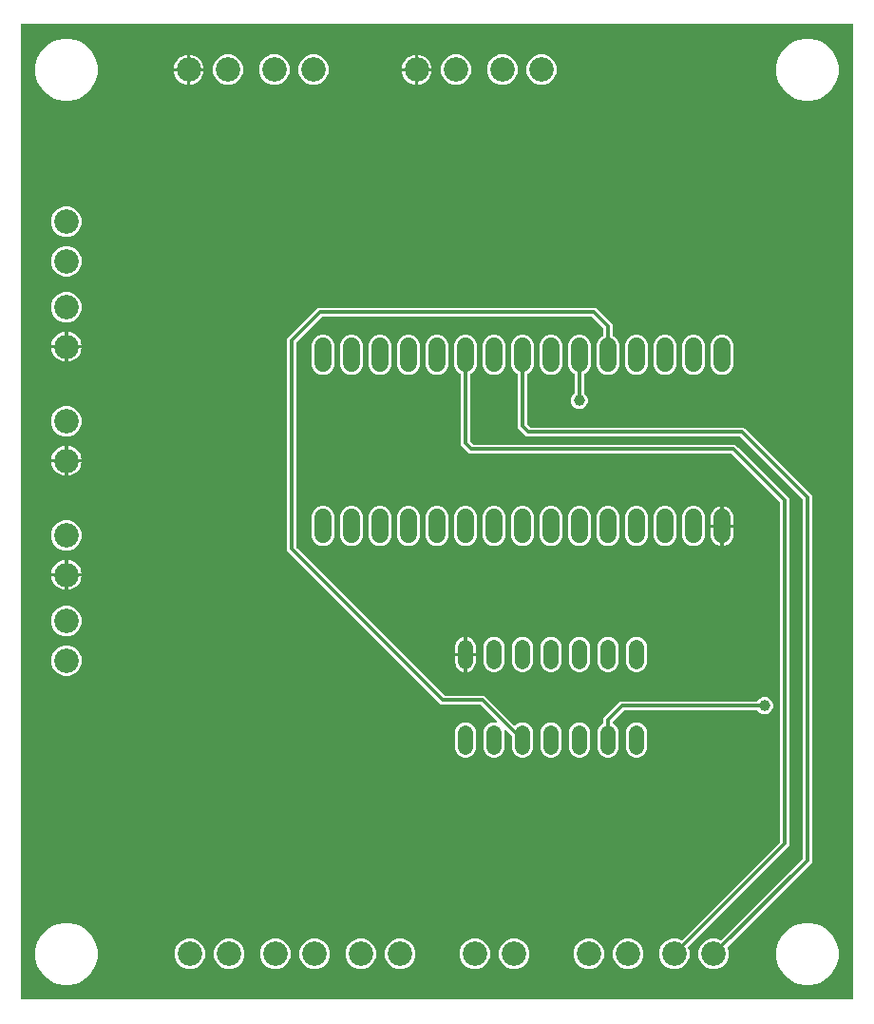
<source format=gbl>
G04 EAGLE Gerber RS-274X export*
G75*
%MOMM*%
%FSLAX34Y34*%
%LPD*%
%INBottom Copper*%
%IPPOS*%
%AMOC8*
5,1,8,0,0,1.08239X$1,22.5*%
G01*
%ADD10C,1.320800*%
%ADD11C,2.184400*%
%ADD12C,1.524000*%
%ADD13C,1.006400*%
%ADD14C,0.304800*%

G36*
X751098Y10164D02*
X751098Y10164D01*
X751117Y10162D01*
X751219Y10184D01*
X751321Y10200D01*
X751338Y10210D01*
X751358Y10214D01*
X751447Y10267D01*
X751538Y10316D01*
X751552Y10330D01*
X751569Y10340D01*
X751636Y10419D01*
X751708Y10494D01*
X751716Y10512D01*
X751729Y10527D01*
X751768Y10623D01*
X751811Y10717D01*
X751813Y10737D01*
X751821Y10755D01*
X751839Y10922D01*
X751839Y878078D01*
X751836Y878098D01*
X751838Y878117D01*
X751816Y878219D01*
X751800Y878321D01*
X751790Y878338D01*
X751786Y878358D01*
X751733Y878447D01*
X751684Y878538D01*
X751670Y878552D01*
X751660Y878569D01*
X751581Y878636D01*
X751506Y878708D01*
X751488Y878716D01*
X751473Y878729D01*
X751377Y878768D01*
X751283Y878811D01*
X751263Y878813D01*
X751245Y878821D01*
X751078Y878839D01*
X10922Y878839D01*
X10902Y878836D01*
X10883Y878838D01*
X10781Y878816D01*
X10679Y878800D01*
X10662Y878790D01*
X10642Y878786D01*
X10553Y878733D01*
X10462Y878684D01*
X10448Y878670D01*
X10431Y878660D01*
X10364Y878581D01*
X10292Y878506D01*
X10284Y878488D01*
X10271Y878473D01*
X10232Y878377D01*
X10189Y878283D01*
X10187Y878263D01*
X10179Y878245D01*
X10161Y878078D01*
X10161Y10922D01*
X10164Y10902D01*
X10162Y10883D01*
X10184Y10781D01*
X10200Y10679D01*
X10210Y10662D01*
X10214Y10642D01*
X10267Y10553D01*
X10316Y10462D01*
X10330Y10448D01*
X10340Y10431D01*
X10419Y10364D01*
X10494Y10292D01*
X10512Y10284D01*
X10527Y10271D01*
X10623Y10232D01*
X10717Y10189D01*
X10737Y10187D01*
X10755Y10179D01*
X10922Y10161D01*
X751078Y10161D01*
X751098Y10164D01*
G37*
%LPC*%
G36*
X429981Y225551D02*
X429981Y225551D01*
X426620Y226943D01*
X424047Y229516D01*
X422655Y232877D01*
X422655Y249723D01*
X424047Y253084D01*
X426620Y255657D01*
X429981Y257049D01*
X433619Y257049D01*
X433641Y257040D01*
X433735Y257017D01*
X433829Y256989D01*
X433855Y256990D01*
X433880Y256984D01*
X433977Y256993D01*
X434074Y256995D01*
X434099Y257004D01*
X434125Y257007D01*
X434214Y257046D01*
X434305Y257080D01*
X434326Y257096D01*
X434350Y257107D01*
X434421Y257172D01*
X434497Y257233D01*
X434512Y257255D01*
X434531Y257273D01*
X434578Y257358D01*
X434630Y257440D01*
X434637Y257466D01*
X434649Y257488D01*
X434667Y257584D01*
X434691Y257679D01*
X434689Y257705D01*
X434693Y257730D01*
X434679Y257827D01*
X434671Y257924D01*
X434661Y257948D01*
X434657Y257974D01*
X434613Y258061D01*
X434575Y258150D01*
X434555Y258176D01*
X434546Y258193D01*
X434522Y258216D01*
X434470Y258281D01*
X420179Y272572D01*
X420105Y272625D01*
X420036Y272685D01*
X420006Y272697D01*
X419980Y272716D01*
X419893Y272743D01*
X419808Y272777D01*
X419767Y272781D01*
X419744Y272788D01*
X419712Y272787D01*
X419641Y272795D01*
X384396Y272795D01*
X247395Y409796D01*
X247395Y598584D01*
X275176Y626365D01*
X522384Y626365D01*
X537465Y611284D01*
X537465Y601643D01*
X537467Y601627D01*
X537466Y601613D01*
X537482Y601539D01*
X537484Y601528D01*
X537501Y601412D01*
X537503Y601406D01*
X537504Y601400D01*
X537517Y601376D01*
X537518Y601372D01*
X537529Y601354D01*
X537559Y601298D01*
X537612Y601193D01*
X537617Y601188D01*
X537620Y601183D01*
X537704Y601103D01*
X537788Y601020D01*
X537794Y601017D01*
X537798Y601013D01*
X537815Y601006D01*
X537935Y600940D01*
X539156Y600434D01*
X542014Y597576D01*
X543561Y593841D01*
X543561Y574559D01*
X542014Y570824D01*
X539156Y567966D01*
X535421Y566419D01*
X531379Y566419D01*
X527644Y567966D01*
X524786Y570824D01*
X523239Y574559D01*
X523239Y593841D01*
X524786Y597576D01*
X527644Y600434D01*
X528865Y600940D01*
X528965Y601001D01*
X529065Y601061D01*
X529069Y601066D01*
X529074Y601069D01*
X529149Y601160D01*
X529225Y601248D01*
X529227Y601254D01*
X529231Y601259D01*
X529273Y601367D01*
X529291Y601413D01*
X529307Y601447D01*
X529308Y601454D01*
X529317Y601476D01*
X529318Y601484D01*
X529319Y601488D01*
X529320Y601507D01*
X529335Y601643D01*
X529335Y607601D01*
X529321Y607691D01*
X529313Y607782D01*
X529301Y607812D01*
X529296Y607844D01*
X529253Y607924D01*
X529217Y608008D01*
X529191Y608040D01*
X529180Y608061D01*
X529157Y608083D01*
X529112Y608139D01*
X519239Y618012D01*
X519165Y618065D01*
X519096Y618125D01*
X519066Y618137D01*
X519040Y618156D01*
X518953Y618183D01*
X518868Y618217D01*
X518827Y618221D01*
X518804Y618228D01*
X518772Y618227D01*
X518701Y618235D01*
X278859Y618235D01*
X278769Y618221D01*
X278678Y618213D01*
X278648Y618201D01*
X278616Y618196D01*
X278536Y618153D01*
X278452Y618117D01*
X278420Y618091D01*
X278399Y618080D01*
X278377Y618057D01*
X278321Y618012D01*
X255748Y595439D01*
X255695Y595365D01*
X255635Y595296D01*
X255623Y595266D01*
X255604Y595240D01*
X255577Y595153D01*
X255543Y595068D01*
X255539Y595027D01*
X255532Y595004D01*
X255533Y594972D01*
X255525Y594901D01*
X255525Y413479D01*
X255539Y413389D01*
X255547Y413298D01*
X255559Y413268D01*
X255564Y413236D01*
X255607Y413156D01*
X255643Y413072D01*
X255669Y413040D01*
X255680Y413019D01*
X255703Y412997D01*
X255748Y412941D01*
X387541Y281148D01*
X387615Y281095D01*
X387684Y281035D01*
X387714Y281023D01*
X387740Y281004D01*
X387827Y280977D01*
X387912Y280943D01*
X387953Y280939D01*
X387976Y280932D01*
X388008Y280933D01*
X388079Y280925D01*
X423324Y280925D01*
X425928Y278321D01*
X449768Y254481D01*
X449784Y254469D01*
X449796Y254454D01*
X449884Y254397D01*
X449967Y254337D01*
X449986Y254331D01*
X450003Y254321D01*
X450104Y254295D01*
X450202Y254265D01*
X450222Y254265D01*
X450242Y254261D01*
X450345Y254269D01*
X450448Y254271D01*
X450467Y254278D01*
X450487Y254280D01*
X450582Y254320D01*
X450679Y254356D01*
X450695Y254368D01*
X450713Y254376D01*
X450844Y254481D01*
X452020Y255657D01*
X455381Y257049D01*
X459019Y257049D01*
X462380Y255657D01*
X464953Y253084D01*
X466345Y249723D01*
X466345Y232877D01*
X464953Y229516D01*
X462380Y226943D01*
X459019Y225551D01*
X455381Y225551D01*
X452020Y226943D01*
X449447Y229516D01*
X448055Y232877D01*
X448055Y244381D01*
X448041Y244471D01*
X448033Y244562D01*
X448021Y244592D01*
X448016Y244624D01*
X447973Y244704D01*
X447937Y244788D01*
X447911Y244820D01*
X447900Y244841D01*
X447877Y244863D01*
X447832Y244919D01*
X442177Y250574D01*
X442098Y250631D01*
X442023Y250693D01*
X441999Y250703D01*
X441978Y250718D01*
X441885Y250746D01*
X441793Y250781D01*
X441767Y250783D01*
X441742Y250790D01*
X441645Y250788D01*
X441548Y250792D01*
X441523Y250785D01*
X441497Y250784D01*
X441405Y250750D01*
X441312Y250723D01*
X441290Y250708D01*
X441266Y250699D01*
X441189Y250638D01*
X441109Y250583D01*
X441094Y250562D01*
X441074Y250546D01*
X441021Y250464D01*
X440963Y250386D01*
X440955Y250361D01*
X440941Y250339D01*
X440917Y250244D01*
X440887Y250152D01*
X440887Y250126D01*
X440880Y250100D01*
X440888Y250003D01*
X440889Y249906D01*
X440898Y249874D01*
X440900Y249855D01*
X440913Y249825D01*
X440936Y249745D01*
X440945Y249723D01*
X440945Y232877D01*
X439553Y229516D01*
X436980Y226943D01*
X433619Y225551D01*
X429981Y225551D01*
G37*
%LPD*%
%LPC*%
G36*
X589922Y37337D02*
X589922Y37337D01*
X584974Y39387D01*
X581187Y43174D01*
X579137Y48122D01*
X579137Y53478D01*
X581187Y58426D01*
X584974Y62213D01*
X589922Y64263D01*
X595278Y64263D01*
X598369Y62982D01*
X598483Y62956D01*
X598596Y62927D01*
X598603Y62928D01*
X598609Y62926D01*
X598725Y62937D01*
X598842Y62946D01*
X598847Y62949D01*
X598854Y62949D01*
X598961Y62997D01*
X599068Y63042D01*
X599074Y63047D01*
X599078Y63049D01*
X599092Y63062D01*
X599199Y63147D01*
X686592Y150541D01*
X686645Y150615D01*
X686705Y150684D01*
X686717Y150714D01*
X686736Y150740D01*
X686763Y150827D01*
X686797Y150912D01*
X686801Y150953D01*
X686808Y150976D01*
X686807Y151008D01*
X686815Y151079D01*
X686815Y452661D01*
X686801Y452751D01*
X686793Y452842D01*
X686781Y452872D01*
X686776Y452904D01*
X686733Y452984D01*
X686697Y453068D01*
X686671Y453100D01*
X686660Y453121D01*
X686637Y453143D01*
X686592Y453199D01*
X643699Y496092D01*
X643625Y496145D01*
X643556Y496205D01*
X643526Y496217D01*
X643500Y496236D01*
X643413Y496263D01*
X643328Y496297D01*
X643287Y496301D01*
X643265Y496308D01*
X643232Y496307D01*
X643161Y496315D01*
X409796Y496315D01*
X407192Y498919D01*
X404939Y501172D01*
X402335Y503776D01*
X402335Y566757D01*
X402317Y566871D01*
X402299Y566988D01*
X402297Y566994D01*
X402296Y567000D01*
X402241Y567102D01*
X402188Y567207D01*
X402183Y567212D01*
X402180Y567217D01*
X402096Y567297D01*
X402012Y567380D01*
X402006Y567383D01*
X402002Y567387D01*
X401985Y567394D01*
X401865Y567460D01*
X400644Y567966D01*
X397786Y570824D01*
X396239Y574559D01*
X396239Y593841D01*
X397786Y597576D01*
X400644Y600434D01*
X404379Y601981D01*
X408421Y601981D01*
X412156Y600434D01*
X415014Y597576D01*
X416561Y593841D01*
X416561Y574559D01*
X415014Y570824D01*
X412156Y567966D01*
X410935Y567460D01*
X410835Y567399D01*
X410735Y567339D01*
X410731Y567334D01*
X410726Y567331D01*
X410651Y567240D01*
X410575Y567152D01*
X410573Y567146D01*
X410569Y567141D01*
X410527Y567033D01*
X410483Y566924D01*
X410482Y566916D01*
X410481Y566912D01*
X410480Y566893D01*
X410465Y566757D01*
X410465Y507459D01*
X410479Y507369D01*
X410487Y507278D01*
X410499Y507248D01*
X410504Y507216D01*
X410547Y507136D01*
X410583Y507052D01*
X410609Y507020D01*
X410620Y506999D01*
X410643Y506977D01*
X410688Y506921D01*
X412941Y504668D01*
X413015Y504615D01*
X413084Y504555D01*
X413114Y504543D01*
X413140Y504524D01*
X413227Y504497D01*
X413312Y504463D01*
X413353Y504459D01*
X413375Y504452D01*
X413408Y504453D01*
X413479Y504445D01*
X646844Y504445D01*
X649448Y501841D01*
X692341Y458948D01*
X694945Y456344D01*
X694945Y147396D01*
X604947Y57399D01*
X604880Y57305D01*
X604809Y57210D01*
X604807Y57204D01*
X604804Y57199D01*
X604769Y57088D01*
X604733Y56976D01*
X604733Y56970D01*
X604731Y56964D01*
X604734Y56847D01*
X604736Y56730D01*
X604738Y56723D01*
X604738Y56718D01*
X604744Y56701D01*
X604782Y56569D01*
X606063Y53478D01*
X606063Y48122D01*
X604013Y43174D01*
X600226Y39387D01*
X595278Y37337D01*
X589922Y37337D01*
G37*
%LPD*%
%LPC*%
G36*
X624922Y37337D02*
X624922Y37337D01*
X619974Y39387D01*
X616187Y43174D01*
X614137Y48122D01*
X614137Y53478D01*
X616187Y58426D01*
X619974Y62213D01*
X624922Y64263D01*
X630278Y64263D01*
X633369Y62982D01*
X633483Y62956D01*
X633596Y62927D01*
X633603Y62928D01*
X633609Y62926D01*
X633725Y62937D01*
X633842Y62946D01*
X633847Y62949D01*
X633854Y62949D01*
X633961Y62997D01*
X634068Y63042D01*
X634074Y63047D01*
X634078Y63049D01*
X634092Y63062D01*
X634199Y63147D01*
X706912Y135861D01*
X706965Y135935D01*
X707025Y136004D01*
X707037Y136034D01*
X707056Y136060D01*
X707083Y136147D01*
X707117Y136232D01*
X707121Y136273D01*
X707128Y136296D01*
X707127Y136328D01*
X707135Y136399D01*
X707135Y455201D01*
X707121Y455291D01*
X707113Y455382D01*
X707101Y455412D01*
X707096Y455444D01*
X707053Y455524D01*
X707017Y455608D01*
X706991Y455640D01*
X706980Y455661D01*
X706957Y455683D01*
X706912Y455739D01*
X651319Y511332D01*
X651245Y511385D01*
X651176Y511445D01*
X651146Y511457D01*
X651120Y511476D01*
X651033Y511503D01*
X650948Y511537D01*
X650907Y511541D01*
X650884Y511548D01*
X650852Y511547D01*
X650781Y511555D01*
X460596Y511555D01*
X457992Y514159D01*
X455739Y516412D01*
X453135Y519016D01*
X453135Y566757D01*
X453117Y566871D01*
X453099Y566988D01*
X453097Y566994D01*
X453096Y567000D01*
X453041Y567102D01*
X452988Y567207D01*
X452983Y567212D01*
X452980Y567217D01*
X452896Y567297D01*
X452812Y567380D01*
X452806Y567383D01*
X452802Y567387D01*
X452785Y567394D01*
X452665Y567460D01*
X451444Y567966D01*
X448586Y570824D01*
X447039Y574559D01*
X447039Y593841D01*
X448586Y597576D01*
X451444Y600434D01*
X455179Y601981D01*
X459221Y601981D01*
X462956Y600434D01*
X465814Y597576D01*
X467361Y593841D01*
X467361Y574559D01*
X465814Y570824D01*
X462956Y567966D01*
X461735Y567460D01*
X461635Y567399D01*
X461535Y567339D01*
X461531Y567334D01*
X461526Y567331D01*
X461451Y567240D01*
X461375Y567152D01*
X461373Y567146D01*
X461369Y567141D01*
X461327Y567033D01*
X461283Y566924D01*
X461282Y566916D01*
X461281Y566912D01*
X461280Y566893D01*
X461265Y566757D01*
X461265Y522699D01*
X461279Y522609D01*
X461287Y522518D01*
X461299Y522488D01*
X461304Y522456D01*
X461347Y522376D01*
X461383Y522292D01*
X461409Y522259D01*
X461420Y522239D01*
X461443Y522217D01*
X461488Y522161D01*
X463741Y519908D01*
X463815Y519855D01*
X463884Y519795D01*
X463914Y519783D01*
X463940Y519764D01*
X464028Y519737D01*
X464112Y519703D01*
X464153Y519699D01*
X464176Y519692D01*
X464208Y519693D01*
X464279Y519685D01*
X654464Y519685D01*
X715265Y458884D01*
X715265Y132716D01*
X712661Y130112D01*
X639947Y57399D01*
X639880Y57305D01*
X639809Y57210D01*
X639807Y57204D01*
X639804Y57199D01*
X639769Y57088D01*
X639733Y56976D01*
X639733Y56970D01*
X639731Y56964D01*
X639734Y56847D01*
X639736Y56730D01*
X639738Y56723D01*
X639738Y56718D01*
X639744Y56701D01*
X639782Y56569D01*
X641063Y53478D01*
X641063Y48122D01*
X639013Y43174D01*
X635226Y39387D01*
X630278Y37337D01*
X624922Y37337D01*
G37*
%LPD*%
%LPC*%
G36*
X707558Y810539D02*
X707558Y810539D01*
X700523Y812424D01*
X694216Y816066D01*
X689066Y821216D01*
X685424Y827523D01*
X683539Y834558D01*
X683539Y841842D01*
X685424Y848877D01*
X689066Y855184D01*
X694216Y860334D01*
X700523Y863976D01*
X707558Y865861D01*
X714842Y865861D01*
X721877Y863976D01*
X728184Y860334D01*
X733334Y855184D01*
X736976Y848877D01*
X738861Y841842D01*
X738861Y834558D01*
X736976Y827523D01*
X733334Y821216D01*
X728184Y816066D01*
X721877Y812424D01*
X714842Y810539D01*
X707558Y810539D01*
G37*
%LPD*%
%LPC*%
G36*
X47158Y810539D02*
X47158Y810539D01*
X40123Y812424D01*
X33816Y816066D01*
X28666Y821216D01*
X25024Y827523D01*
X23139Y834558D01*
X23139Y841842D01*
X25024Y848877D01*
X28666Y855184D01*
X33816Y860334D01*
X40123Y863976D01*
X47158Y865861D01*
X54442Y865861D01*
X61477Y863976D01*
X67784Y860334D01*
X72934Y855184D01*
X76576Y848877D01*
X78461Y841842D01*
X78461Y834558D01*
X76576Y827523D01*
X72934Y821216D01*
X67784Y816066D01*
X61477Y812424D01*
X54442Y810539D01*
X47158Y810539D01*
G37*
%LPD*%
%LPC*%
G36*
X707558Y23139D02*
X707558Y23139D01*
X700523Y25024D01*
X694216Y28666D01*
X689066Y33816D01*
X685424Y40123D01*
X683539Y47158D01*
X683539Y54442D01*
X685424Y61477D01*
X689066Y67784D01*
X694216Y72934D01*
X700523Y76576D01*
X707558Y78461D01*
X714842Y78461D01*
X721877Y76576D01*
X728184Y72934D01*
X733334Y67784D01*
X736976Y61477D01*
X738861Y54442D01*
X738861Y47158D01*
X736976Y40123D01*
X733334Y33816D01*
X728184Y28666D01*
X721877Y25024D01*
X714842Y23139D01*
X707558Y23139D01*
G37*
%LPD*%
%LPC*%
G36*
X47158Y23139D02*
X47158Y23139D01*
X40123Y25024D01*
X33816Y28666D01*
X28666Y33816D01*
X25024Y40123D01*
X23139Y47158D01*
X23139Y54442D01*
X25024Y61477D01*
X28666Y67784D01*
X33816Y72934D01*
X40123Y76576D01*
X47158Y78461D01*
X54442Y78461D01*
X61477Y76576D01*
X67784Y72934D01*
X72934Y67784D01*
X76576Y61477D01*
X78461Y54442D01*
X78461Y47158D01*
X76576Y40123D01*
X72934Y33816D01*
X67784Y28666D01*
X61477Y25024D01*
X54442Y23139D01*
X47158Y23139D01*
G37*
%LPD*%
%LPC*%
G36*
X531581Y225551D02*
X531581Y225551D01*
X528220Y226943D01*
X525647Y229516D01*
X524255Y232877D01*
X524255Y249723D01*
X525647Y253084D01*
X528220Y255657D01*
X528865Y255924D01*
X528965Y255985D01*
X529065Y256045D01*
X529069Y256050D01*
X529074Y256053D01*
X529149Y256144D01*
X529225Y256232D01*
X529227Y256238D01*
X529231Y256243D01*
X529273Y256351D01*
X529317Y256460D01*
X529318Y256468D01*
X529319Y256473D01*
X529320Y256491D01*
X529335Y256627D01*
X529335Y260764D01*
X544416Y275845D01*
X666140Y275845D01*
X666230Y275859D01*
X666321Y275867D01*
X666351Y275879D01*
X666383Y275884D01*
X666463Y275927D01*
X666547Y275963D01*
X666579Y275989D01*
X666600Y276000D01*
X666622Y276023D01*
X666678Y276068D01*
X668810Y278200D01*
X671594Y279353D01*
X674606Y279353D01*
X677390Y278200D01*
X679520Y276070D01*
X680673Y273286D01*
X680673Y270274D01*
X679520Y267490D01*
X677390Y265360D01*
X674606Y264207D01*
X671594Y264207D01*
X668810Y265360D01*
X666678Y267492D01*
X666604Y267545D01*
X666535Y267605D01*
X666505Y267617D01*
X666478Y267636D01*
X666392Y267663D01*
X666307Y267697D01*
X666266Y267701D01*
X666243Y267708D01*
X666211Y267707D01*
X666140Y267715D01*
X548099Y267715D01*
X548009Y267701D01*
X547918Y267693D01*
X547888Y267681D01*
X547856Y267676D01*
X547776Y267633D01*
X547692Y267597D01*
X547660Y267571D01*
X547639Y267560D01*
X547617Y267537D01*
X547561Y267492D01*
X537688Y257619D01*
X537635Y257545D01*
X537575Y257476D01*
X537563Y257446D01*
X537544Y257420D01*
X537517Y257333D01*
X537483Y257248D01*
X537479Y257207D01*
X537472Y257184D01*
X537473Y257152D01*
X537465Y257081D01*
X537465Y256627D01*
X537484Y256512D01*
X537501Y256396D01*
X537503Y256391D01*
X537504Y256384D01*
X537559Y256282D01*
X537612Y256177D01*
X537617Y256173D01*
X537620Y256167D01*
X537704Y256087D01*
X537788Y256005D01*
X537794Y256001D01*
X537798Y255998D01*
X537815Y255990D01*
X537935Y255924D01*
X538580Y255657D01*
X541153Y253084D01*
X542545Y249723D01*
X542545Y232877D01*
X541153Y229516D01*
X538580Y226943D01*
X535219Y225551D01*
X531581Y225551D01*
G37*
%LPD*%
%LPC*%
G36*
X506494Y535987D02*
X506494Y535987D01*
X503710Y537140D01*
X501580Y539270D01*
X500427Y542054D01*
X500427Y545066D01*
X501580Y547850D01*
X503712Y549982D01*
X503765Y550056D01*
X503825Y550125D01*
X503837Y550155D01*
X503856Y550182D01*
X503883Y550268D01*
X503917Y550353D01*
X503921Y550394D01*
X503928Y550417D01*
X503927Y550449D01*
X503935Y550520D01*
X503935Y566757D01*
X503917Y566871D01*
X503899Y566988D01*
X503897Y566994D01*
X503896Y567000D01*
X503841Y567102D01*
X503788Y567207D01*
X503783Y567212D01*
X503780Y567217D01*
X503696Y567297D01*
X503612Y567380D01*
X503606Y567383D01*
X503602Y567387D01*
X503585Y567394D01*
X503465Y567460D01*
X502244Y567966D01*
X499386Y570824D01*
X497839Y574559D01*
X497839Y593841D01*
X499386Y597576D01*
X502244Y600434D01*
X505979Y601981D01*
X510021Y601981D01*
X513756Y600434D01*
X516614Y597576D01*
X518161Y593841D01*
X518161Y574559D01*
X516614Y570824D01*
X513756Y567966D01*
X512535Y567460D01*
X512435Y567399D01*
X512335Y567339D01*
X512331Y567334D01*
X512326Y567331D01*
X512251Y567240D01*
X512175Y567152D01*
X512173Y567146D01*
X512169Y567141D01*
X512127Y567033D01*
X512083Y566924D01*
X512082Y566916D01*
X512081Y566912D01*
X512080Y566893D01*
X512065Y566757D01*
X512065Y550520D01*
X512079Y550430D01*
X512087Y550339D01*
X512099Y550309D01*
X512104Y550277D01*
X512147Y550197D01*
X512183Y550113D01*
X512209Y550081D01*
X512220Y550060D01*
X512243Y550038D01*
X512288Y549982D01*
X514420Y547850D01*
X515573Y545066D01*
X515573Y542054D01*
X514420Y539270D01*
X512290Y537140D01*
X509506Y535987D01*
X506494Y535987D01*
G37*
%LPD*%
%LPC*%
G36*
X302779Y414019D02*
X302779Y414019D01*
X299044Y415566D01*
X296186Y418424D01*
X294639Y422159D01*
X294639Y441441D01*
X296186Y445176D01*
X299044Y448034D01*
X302779Y449581D01*
X306821Y449581D01*
X310556Y448034D01*
X313414Y445176D01*
X314961Y441441D01*
X314961Y422159D01*
X313414Y418424D01*
X310556Y415566D01*
X306821Y414019D01*
X302779Y414019D01*
G37*
%LPD*%
%LPC*%
G36*
X328179Y414019D02*
X328179Y414019D01*
X324444Y415566D01*
X321586Y418424D01*
X320039Y422159D01*
X320039Y441441D01*
X321586Y445176D01*
X324444Y448034D01*
X328179Y449581D01*
X332221Y449581D01*
X335956Y448034D01*
X338814Y445176D01*
X340361Y441441D01*
X340361Y422159D01*
X338814Y418424D01*
X335956Y415566D01*
X332221Y414019D01*
X328179Y414019D01*
G37*
%LPD*%
%LPC*%
G36*
X632979Y566419D02*
X632979Y566419D01*
X629244Y567966D01*
X626386Y570824D01*
X624839Y574559D01*
X624839Y593841D01*
X626386Y597576D01*
X629244Y600434D01*
X632979Y601981D01*
X637021Y601981D01*
X640756Y600434D01*
X643614Y597576D01*
X645161Y593841D01*
X645161Y574559D01*
X643614Y570824D01*
X640756Y567966D01*
X637021Y566419D01*
X632979Y566419D01*
G37*
%LPD*%
%LPC*%
G36*
X607579Y566419D02*
X607579Y566419D01*
X603844Y567966D01*
X600986Y570824D01*
X599439Y574559D01*
X599439Y593841D01*
X600986Y597576D01*
X603844Y600434D01*
X607579Y601981D01*
X611621Y601981D01*
X615356Y600434D01*
X618214Y597576D01*
X619761Y593841D01*
X619761Y574559D01*
X618214Y570824D01*
X615356Y567966D01*
X611621Y566419D01*
X607579Y566419D01*
G37*
%LPD*%
%LPC*%
G36*
X582179Y566419D02*
X582179Y566419D01*
X578444Y567966D01*
X575586Y570824D01*
X574039Y574559D01*
X574039Y593841D01*
X575586Y597576D01*
X578444Y600434D01*
X582179Y601981D01*
X586221Y601981D01*
X589956Y600434D01*
X592814Y597576D01*
X594361Y593841D01*
X594361Y574559D01*
X592814Y570824D01*
X589956Y567966D01*
X586221Y566419D01*
X582179Y566419D01*
G37*
%LPD*%
%LPC*%
G36*
X277379Y566419D02*
X277379Y566419D01*
X273644Y567966D01*
X270786Y570824D01*
X269239Y574559D01*
X269239Y593841D01*
X270786Y597576D01*
X273644Y600434D01*
X277379Y601981D01*
X281421Y601981D01*
X285156Y600434D01*
X288014Y597576D01*
X289561Y593841D01*
X289561Y574559D01*
X288014Y570824D01*
X285156Y567966D01*
X281421Y566419D01*
X277379Y566419D01*
G37*
%LPD*%
%LPC*%
G36*
X353579Y414019D02*
X353579Y414019D01*
X349844Y415566D01*
X346986Y418424D01*
X345439Y422159D01*
X345439Y441441D01*
X346986Y445176D01*
X349844Y448034D01*
X353579Y449581D01*
X357621Y449581D01*
X361356Y448034D01*
X364214Y445176D01*
X365761Y441441D01*
X365761Y422159D01*
X364214Y418424D01*
X361356Y415566D01*
X357621Y414019D01*
X353579Y414019D01*
G37*
%LPD*%
%LPC*%
G36*
X556779Y566419D02*
X556779Y566419D01*
X553044Y567966D01*
X550186Y570824D01*
X548639Y574559D01*
X548639Y593841D01*
X550186Y597576D01*
X553044Y600434D01*
X556779Y601981D01*
X560821Y601981D01*
X564556Y600434D01*
X567414Y597576D01*
X568961Y593841D01*
X568961Y574559D01*
X567414Y570824D01*
X564556Y567966D01*
X560821Y566419D01*
X556779Y566419D01*
G37*
%LPD*%
%LPC*%
G36*
X531379Y414019D02*
X531379Y414019D01*
X527644Y415566D01*
X524786Y418424D01*
X523239Y422159D01*
X523239Y441441D01*
X524786Y445176D01*
X527644Y448034D01*
X531379Y449581D01*
X535421Y449581D01*
X539156Y448034D01*
X542014Y445176D01*
X543561Y441441D01*
X543561Y422159D01*
X542014Y418424D01*
X539156Y415566D01*
X535421Y414019D01*
X531379Y414019D01*
G37*
%LPD*%
%LPC*%
G36*
X378979Y566419D02*
X378979Y566419D01*
X375244Y567966D01*
X372386Y570824D01*
X370839Y574559D01*
X370839Y593841D01*
X372386Y597576D01*
X375244Y600434D01*
X378979Y601981D01*
X383021Y601981D01*
X386756Y600434D01*
X389614Y597576D01*
X391161Y593841D01*
X391161Y574559D01*
X389614Y570824D01*
X386756Y567966D01*
X383021Y566419D01*
X378979Y566419D01*
G37*
%LPD*%
%LPC*%
G36*
X353579Y566419D02*
X353579Y566419D01*
X349844Y567966D01*
X346986Y570824D01*
X345439Y574559D01*
X345439Y593841D01*
X346986Y597576D01*
X349844Y600434D01*
X353579Y601981D01*
X357621Y601981D01*
X361356Y600434D01*
X364214Y597576D01*
X365761Y593841D01*
X365761Y574559D01*
X364214Y570824D01*
X361356Y567966D01*
X357621Y566419D01*
X353579Y566419D01*
G37*
%LPD*%
%LPC*%
G36*
X302779Y566419D02*
X302779Y566419D01*
X299044Y567966D01*
X296186Y570824D01*
X294639Y574559D01*
X294639Y593841D01*
X296186Y597576D01*
X299044Y600434D01*
X302779Y601981D01*
X306821Y601981D01*
X310556Y600434D01*
X313414Y597576D01*
X314961Y593841D01*
X314961Y574559D01*
X313414Y570824D01*
X310556Y567966D01*
X306821Y566419D01*
X302779Y566419D01*
G37*
%LPD*%
%LPC*%
G36*
X429779Y566419D02*
X429779Y566419D01*
X426044Y567966D01*
X423186Y570824D01*
X421639Y574559D01*
X421639Y593841D01*
X423186Y597576D01*
X426044Y600434D01*
X429779Y601981D01*
X433821Y601981D01*
X437556Y600434D01*
X440414Y597576D01*
X441961Y593841D01*
X441961Y574559D01*
X440414Y570824D01*
X437556Y567966D01*
X433821Y566419D01*
X429779Y566419D01*
G37*
%LPD*%
%LPC*%
G36*
X328179Y566419D02*
X328179Y566419D01*
X324444Y567966D01*
X321586Y570824D01*
X320039Y574559D01*
X320039Y593841D01*
X321586Y597576D01*
X324444Y600434D01*
X328179Y601981D01*
X332221Y601981D01*
X335956Y600434D01*
X338814Y597576D01*
X340361Y593841D01*
X340361Y574559D01*
X338814Y570824D01*
X335956Y567966D01*
X332221Y566419D01*
X328179Y566419D01*
G37*
%LPD*%
%LPC*%
G36*
X378979Y414019D02*
X378979Y414019D01*
X375244Y415566D01*
X372386Y418424D01*
X370839Y422159D01*
X370839Y441441D01*
X372386Y445176D01*
X375244Y448034D01*
X378979Y449581D01*
X383021Y449581D01*
X386756Y448034D01*
X389614Y445176D01*
X391161Y441441D01*
X391161Y422159D01*
X389614Y418424D01*
X386756Y415566D01*
X383021Y414019D01*
X378979Y414019D01*
G37*
%LPD*%
%LPC*%
G36*
X404379Y414019D02*
X404379Y414019D01*
X400644Y415566D01*
X397786Y418424D01*
X396239Y422159D01*
X396239Y441441D01*
X397786Y445176D01*
X400644Y448034D01*
X404379Y449581D01*
X408421Y449581D01*
X412156Y448034D01*
X415014Y445176D01*
X416561Y441441D01*
X416561Y422159D01*
X415014Y418424D01*
X412156Y415566D01*
X408421Y414019D01*
X404379Y414019D01*
G37*
%LPD*%
%LPC*%
G36*
X429779Y414019D02*
X429779Y414019D01*
X426044Y415566D01*
X423186Y418424D01*
X421639Y422159D01*
X421639Y441441D01*
X423186Y445176D01*
X426044Y448034D01*
X429779Y449581D01*
X433821Y449581D01*
X437556Y448034D01*
X440414Y445176D01*
X441961Y441441D01*
X441961Y422159D01*
X440414Y418424D01*
X437556Y415566D01*
X433821Y414019D01*
X429779Y414019D01*
G37*
%LPD*%
%LPC*%
G36*
X582179Y414019D02*
X582179Y414019D01*
X578444Y415566D01*
X575586Y418424D01*
X574039Y422159D01*
X574039Y441441D01*
X575586Y445176D01*
X578444Y448034D01*
X582179Y449581D01*
X586221Y449581D01*
X589956Y448034D01*
X592814Y445176D01*
X594361Y441441D01*
X594361Y422159D01*
X592814Y418424D01*
X589956Y415566D01*
X586221Y414019D01*
X582179Y414019D01*
G37*
%LPD*%
%LPC*%
G36*
X607579Y414019D02*
X607579Y414019D01*
X603844Y415566D01*
X600986Y418424D01*
X599439Y422159D01*
X599439Y441441D01*
X600986Y445176D01*
X603844Y448034D01*
X607579Y449581D01*
X611621Y449581D01*
X615356Y448034D01*
X618214Y445176D01*
X619761Y441441D01*
X619761Y422159D01*
X618214Y418424D01*
X615356Y415566D01*
X611621Y414019D01*
X607579Y414019D01*
G37*
%LPD*%
%LPC*%
G36*
X556779Y414019D02*
X556779Y414019D01*
X553044Y415566D01*
X550186Y418424D01*
X548639Y422159D01*
X548639Y441441D01*
X550186Y445176D01*
X553044Y448034D01*
X556779Y449581D01*
X560821Y449581D01*
X564556Y448034D01*
X567414Y445176D01*
X568961Y441441D01*
X568961Y422159D01*
X567414Y418424D01*
X564556Y415566D01*
X560821Y414019D01*
X556779Y414019D01*
G37*
%LPD*%
%LPC*%
G36*
X455179Y414019D02*
X455179Y414019D01*
X451444Y415566D01*
X448586Y418424D01*
X447039Y422159D01*
X447039Y441441D01*
X448586Y445176D01*
X451444Y448034D01*
X455179Y449581D01*
X459221Y449581D01*
X462956Y448034D01*
X465814Y445176D01*
X467361Y441441D01*
X467361Y422159D01*
X465814Y418424D01*
X462956Y415566D01*
X459221Y414019D01*
X455179Y414019D01*
G37*
%LPD*%
%LPC*%
G36*
X480579Y414019D02*
X480579Y414019D01*
X476844Y415566D01*
X473986Y418424D01*
X472439Y422159D01*
X472439Y441441D01*
X473986Y445176D01*
X476844Y448034D01*
X480579Y449581D01*
X484621Y449581D01*
X488356Y448034D01*
X491214Y445176D01*
X492761Y441441D01*
X492761Y422159D01*
X491214Y418424D01*
X488356Y415566D01*
X484621Y414019D01*
X480579Y414019D01*
G37*
%LPD*%
%LPC*%
G36*
X505979Y414019D02*
X505979Y414019D01*
X502244Y415566D01*
X499386Y418424D01*
X497839Y422159D01*
X497839Y441441D01*
X499386Y445176D01*
X502244Y448034D01*
X505979Y449581D01*
X510021Y449581D01*
X513756Y448034D01*
X516614Y445176D01*
X518161Y441441D01*
X518161Y422159D01*
X516614Y418424D01*
X513756Y415566D01*
X510021Y414019D01*
X505979Y414019D01*
G37*
%LPD*%
%LPC*%
G36*
X277379Y414019D02*
X277379Y414019D01*
X273644Y415566D01*
X270786Y418424D01*
X269239Y422159D01*
X269239Y441441D01*
X270786Y445176D01*
X273644Y448034D01*
X277379Y449581D01*
X281421Y449581D01*
X285156Y448034D01*
X288014Y445176D01*
X289561Y441441D01*
X289561Y422159D01*
X288014Y418424D01*
X285156Y415566D01*
X281421Y414019D01*
X277379Y414019D01*
G37*
%LPD*%
%LPC*%
G36*
X480579Y566419D02*
X480579Y566419D01*
X476844Y567966D01*
X473986Y570824D01*
X472439Y574559D01*
X472439Y593841D01*
X473986Y597576D01*
X476844Y600434D01*
X480579Y601981D01*
X484621Y601981D01*
X488356Y600434D01*
X491214Y597576D01*
X492761Y593841D01*
X492761Y574559D01*
X491214Y570824D01*
X488356Y567966D01*
X484621Y566419D01*
X480579Y566419D01*
G37*
%LPD*%
%LPC*%
G36*
X436522Y824737D02*
X436522Y824737D01*
X431574Y826787D01*
X427787Y830574D01*
X425737Y835522D01*
X425737Y840878D01*
X427787Y845826D01*
X431574Y849613D01*
X436522Y851663D01*
X441878Y851663D01*
X446826Y849613D01*
X450613Y845826D01*
X452663Y840878D01*
X452663Y835522D01*
X450613Y830574D01*
X446826Y826787D01*
X441878Y824737D01*
X436522Y824737D01*
G37*
%LPD*%
%LPC*%
G36*
X48122Y511537D02*
X48122Y511537D01*
X43174Y513587D01*
X39387Y517374D01*
X37337Y522322D01*
X37337Y527678D01*
X39387Y532626D01*
X43174Y536413D01*
X48122Y538463D01*
X53478Y538463D01*
X58426Y536413D01*
X62213Y532626D01*
X64263Y527678D01*
X64263Y522322D01*
X62213Y517374D01*
X58426Y513587D01*
X53478Y511537D01*
X48122Y511537D01*
G37*
%LPD*%
%LPC*%
G36*
X471522Y824737D02*
X471522Y824737D01*
X466574Y826787D01*
X462787Y830574D01*
X460737Y835522D01*
X460737Y840878D01*
X462787Y845826D01*
X466574Y849613D01*
X471522Y851663D01*
X476878Y851663D01*
X481826Y849613D01*
X485613Y845826D01*
X487663Y840878D01*
X487663Y835522D01*
X485613Y830574D01*
X481826Y826787D01*
X476878Y824737D01*
X471522Y824737D01*
G37*
%LPD*%
%LPC*%
G36*
X395322Y824737D02*
X395322Y824737D01*
X390374Y826787D01*
X386587Y830574D01*
X384537Y835522D01*
X384537Y840878D01*
X386587Y845826D01*
X390374Y849613D01*
X395322Y851663D01*
X400678Y851663D01*
X405626Y849613D01*
X409413Y845826D01*
X411463Y840878D01*
X411463Y835522D01*
X409413Y830574D01*
X405626Y826787D01*
X400678Y824737D01*
X395322Y824737D01*
G37*
%LPD*%
%LPC*%
G36*
X268322Y824737D02*
X268322Y824737D01*
X263374Y826787D01*
X259587Y830574D01*
X257537Y835522D01*
X257537Y840878D01*
X259587Y845826D01*
X263374Y849613D01*
X268322Y851663D01*
X273678Y851663D01*
X278626Y849613D01*
X282413Y845826D01*
X284463Y840878D01*
X284463Y835522D01*
X282413Y830574D01*
X278626Y826787D01*
X273678Y824737D01*
X268322Y824737D01*
G37*
%LPD*%
%LPC*%
G36*
X233322Y824737D02*
X233322Y824737D01*
X228374Y826787D01*
X224587Y830574D01*
X222537Y835522D01*
X222537Y840878D01*
X224587Y845826D01*
X228374Y849613D01*
X233322Y851663D01*
X238678Y851663D01*
X243626Y849613D01*
X247413Y845826D01*
X249463Y840878D01*
X249463Y835522D01*
X247413Y830574D01*
X243626Y826787D01*
X238678Y824737D01*
X233322Y824737D01*
G37*
%LPD*%
%LPC*%
G36*
X158122Y37337D02*
X158122Y37337D01*
X153174Y39387D01*
X149387Y43174D01*
X147337Y48122D01*
X147337Y53478D01*
X149387Y58426D01*
X153174Y62213D01*
X158122Y64263D01*
X163478Y64263D01*
X168426Y62213D01*
X172213Y58426D01*
X174263Y53478D01*
X174263Y48122D01*
X172213Y43174D01*
X168426Y39387D01*
X163478Y37337D01*
X158122Y37337D01*
G37*
%LPD*%
%LPC*%
G36*
X48122Y333737D02*
X48122Y333737D01*
X43174Y335787D01*
X39387Y339574D01*
X37337Y344522D01*
X37337Y349878D01*
X39387Y354826D01*
X43174Y358613D01*
X48122Y360663D01*
X53478Y360663D01*
X58426Y358613D01*
X62213Y354826D01*
X64263Y349878D01*
X64263Y344522D01*
X62213Y339574D01*
X58426Y335787D01*
X53478Y333737D01*
X48122Y333737D01*
G37*
%LPD*%
%LPC*%
G36*
X48122Y409937D02*
X48122Y409937D01*
X43174Y411987D01*
X39387Y415774D01*
X37337Y420722D01*
X37337Y426078D01*
X39387Y431026D01*
X43174Y434813D01*
X48122Y436863D01*
X53478Y436863D01*
X58426Y434813D01*
X62213Y431026D01*
X64263Y426078D01*
X64263Y420722D01*
X62213Y415774D01*
X58426Y411987D01*
X53478Y409937D01*
X48122Y409937D01*
G37*
%LPD*%
%LPC*%
G36*
X48122Y689337D02*
X48122Y689337D01*
X43174Y691387D01*
X39387Y695174D01*
X37337Y700122D01*
X37337Y705478D01*
X39387Y710426D01*
X43174Y714213D01*
X48122Y716263D01*
X53478Y716263D01*
X58426Y714213D01*
X62213Y710426D01*
X64263Y705478D01*
X64263Y700122D01*
X62213Y695174D01*
X58426Y691387D01*
X53478Y689337D01*
X48122Y689337D01*
G37*
%LPD*%
%LPC*%
G36*
X48122Y298737D02*
X48122Y298737D01*
X43174Y300787D01*
X39387Y304574D01*
X37337Y309522D01*
X37337Y314878D01*
X39387Y319826D01*
X43174Y323613D01*
X48122Y325663D01*
X53478Y325663D01*
X58426Y323613D01*
X62213Y319826D01*
X64263Y314878D01*
X64263Y309522D01*
X62213Y304574D01*
X58426Y300787D01*
X53478Y298737D01*
X48122Y298737D01*
G37*
%LPD*%
%LPC*%
G36*
X48122Y654337D02*
X48122Y654337D01*
X43174Y656387D01*
X39387Y660174D01*
X37337Y665122D01*
X37337Y670478D01*
X39387Y675426D01*
X43174Y679213D01*
X48122Y681263D01*
X53478Y681263D01*
X58426Y679213D01*
X62213Y675426D01*
X64263Y670478D01*
X64263Y665122D01*
X62213Y660174D01*
X58426Y656387D01*
X53478Y654337D01*
X48122Y654337D01*
G37*
%LPD*%
%LPC*%
G36*
X48122Y613137D02*
X48122Y613137D01*
X43174Y615187D01*
X39387Y618974D01*
X37337Y623922D01*
X37337Y629278D01*
X39387Y634226D01*
X43174Y638013D01*
X48122Y640063D01*
X53478Y640063D01*
X58426Y638013D01*
X62213Y634226D01*
X64263Y629278D01*
X64263Y623922D01*
X62213Y618974D01*
X58426Y615187D01*
X53478Y613137D01*
X48122Y613137D01*
G37*
%LPD*%
%LPC*%
G36*
X192122Y824737D02*
X192122Y824737D01*
X187174Y826787D01*
X183387Y830574D01*
X181337Y835522D01*
X181337Y840878D01*
X183387Y845826D01*
X187174Y849613D01*
X192122Y851663D01*
X197478Y851663D01*
X202426Y849613D01*
X206213Y845826D01*
X208263Y840878D01*
X208263Y835522D01*
X206213Y830574D01*
X202426Y826787D01*
X197478Y824737D01*
X192122Y824737D01*
G37*
%LPD*%
%LPC*%
G36*
X548722Y37337D02*
X548722Y37337D01*
X543774Y39387D01*
X539987Y43174D01*
X537937Y48122D01*
X537937Y53478D01*
X539987Y58426D01*
X543774Y62213D01*
X548722Y64263D01*
X554078Y64263D01*
X559026Y62213D01*
X562813Y58426D01*
X564863Y53478D01*
X564863Y48122D01*
X562813Y43174D01*
X559026Y39387D01*
X554078Y37337D01*
X548722Y37337D01*
G37*
%LPD*%
%LPC*%
G36*
X513722Y37337D02*
X513722Y37337D01*
X508774Y39387D01*
X504987Y43174D01*
X502937Y48122D01*
X502937Y53478D01*
X504987Y58426D01*
X508774Y62213D01*
X513722Y64263D01*
X519078Y64263D01*
X524026Y62213D01*
X527813Y58426D01*
X529863Y53478D01*
X529863Y48122D01*
X527813Y43174D01*
X524026Y39387D01*
X519078Y37337D01*
X513722Y37337D01*
G37*
%LPD*%
%LPC*%
G36*
X447122Y37337D02*
X447122Y37337D01*
X442174Y39387D01*
X438387Y43174D01*
X436337Y48122D01*
X436337Y53478D01*
X438387Y58426D01*
X442174Y62213D01*
X447122Y64263D01*
X452478Y64263D01*
X457426Y62213D01*
X461213Y58426D01*
X463263Y53478D01*
X463263Y48122D01*
X461213Y43174D01*
X457426Y39387D01*
X452478Y37337D01*
X447122Y37337D01*
G37*
%LPD*%
%LPC*%
G36*
X412122Y37337D02*
X412122Y37337D01*
X407174Y39387D01*
X403387Y43174D01*
X401337Y48122D01*
X401337Y53478D01*
X403387Y58426D01*
X407174Y62213D01*
X412122Y64263D01*
X417478Y64263D01*
X422426Y62213D01*
X426213Y58426D01*
X428263Y53478D01*
X428263Y48122D01*
X426213Y43174D01*
X422426Y39387D01*
X417478Y37337D01*
X412122Y37337D01*
G37*
%LPD*%
%LPC*%
G36*
X345522Y37337D02*
X345522Y37337D01*
X340574Y39387D01*
X336787Y43174D01*
X334737Y48122D01*
X334737Y53478D01*
X336787Y58426D01*
X340574Y62213D01*
X345522Y64263D01*
X350878Y64263D01*
X355826Y62213D01*
X359613Y58426D01*
X361663Y53478D01*
X361663Y48122D01*
X359613Y43174D01*
X355826Y39387D01*
X350878Y37337D01*
X345522Y37337D01*
G37*
%LPD*%
%LPC*%
G36*
X310522Y37337D02*
X310522Y37337D01*
X305574Y39387D01*
X301787Y43174D01*
X299737Y48122D01*
X299737Y53478D01*
X301787Y58426D01*
X305574Y62213D01*
X310522Y64263D01*
X315878Y64263D01*
X320826Y62213D01*
X324613Y58426D01*
X326663Y53478D01*
X326663Y48122D01*
X324613Y43174D01*
X320826Y39387D01*
X315878Y37337D01*
X310522Y37337D01*
G37*
%LPD*%
%LPC*%
G36*
X269322Y37337D02*
X269322Y37337D01*
X264374Y39387D01*
X260587Y43174D01*
X258537Y48122D01*
X258537Y53478D01*
X260587Y58426D01*
X264374Y62213D01*
X269322Y64263D01*
X274678Y64263D01*
X279626Y62213D01*
X283413Y58426D01*
X285463Y53478D01*
X285463Y48122D01*
X283413Y43174D01*
X279626Y39387D01*
X274678Y37337D01*
X269322Y37337D01*
G37*
%LPD*%
%LPC*%
G36*
X234322Y37337D02*
X234322Y37337D01*
X229374Y39387D01*
X225587Y43174D01*
X223537Y48122D01*
X223537Y53478D01*
X225587Y58426D01*
X229374Y62213D01*
X234322Y64263D01*
X239678Y64263D01*
X244626Y62213D01*
X248413Y58426D01*
X250463Y53478D01*
X250463Y48122D01*
X248413Y43174D01*
X244626Y39387D01*
X239678Y37337D01*
X234322Y37337D01*
G37*
%LPD*%
%LPC*%
G36*
X193122Y37337D02*
X193122Y37337D01*
X188174Y39387D01*
X184387Y43174D01*
X182337Y48122D01*
X182337Y53478D01*
X184387Y58426D01*
X188174Y62213D01*
X193122Y64263D01*
X198478Y64263D01*
X203426Y62213D01*
X207213Y58426D01*
X209263Y53478D01*
X209263Y48122D01*
X207213Y43174D01*
X203426Y39387D01*
X198478Y37337D01*
X193122Y37337D01*
G37*
%LPD*%
%LPC*%
G36*
X506181Y301751D02*
X506181Y301751D01*
X502820Y303143D01*
X500247Y305716D01*
X498855Y309077D01*
X498855Y325923D01*
X500247Y329284D01*
X502820Y331857D01*
X506181Y333249D01*
X509819Y333249D01*
X513180Y331857D01*
X515753Y329284D01*
X517145Y325923D01*
X517145Y309077D01*
X515753Y305716D01*
X513180Y303143D01*
X509819Y301751D01*
X506181Y301751D01*
G37*
%LPD*%
%LPC*%
G36*
X455381Y301751D02*
X455381Y301751D01*
X452020Y303143D01*
X449447Y305716D01*
X448055Y309077D01*
X448055Y325923D01*
X449447Y329284D01*
X452020Y331857D01*
X455381Y333249D01*
X459019Y333249D01*
X462380Y331857D01*
X464953Y329284D01*
X466345Y325923D01*
X466345Y309077D01*
X464953Y305716D01*
X462380Y303143D01*
X459019Y301751D01*
X455381Y301751D01*
G37*
%LPD*%
%LPC*%
G36*
X480781Y301751D02*
X480781Y301751D01*
X477420Y303143D01*
X474847Y305716D01*
X473455Y309077D01*
X473455Y325923D01*
X474847Y329284D01*
X477420Y331857D01*
X480781Y333249D01*
X484419Y333249D01*
X487780Y331857D01*
X490353Y329284D01*
X491745Y325923D01*
X491745Y309077D01*
X490353Y305716D01*
X487780Y303143D01*
X484419Y301751D01*
X480781Y301751D01*
G37*
%LPD*%
%LPC*%
G36*
X429981Y301751D02*
X429981Y301751D01*
X426620Y303143D01*
X424047Y305716D01*
X422655Y309077D01*
X422655Y325923D01*
X424047Y329284D01*
X426620Y331857D01*
X429981Y333249D01*
X433619Y333249D01*
X436980Y331857D01*
X439553Y329284D01*
X440945Y325923D01*
X440945Y309077D01*
X439553Y305716D01*
X436980Y303143D01*
X433619Y301751D01*
X429981Y301751D01*
G37*
%LPD*%
%LPC*%
G36*
X556981Y225551D02*
X556981Y225551D01*
X553620Y226943D01*
X551047Y229516D01*
X549655Y232877D01*
X549655Y249723D01*
X551047Y253084D01*
X553620Y255657D01*
X556981Y257049D01*
X560619Y257049D01*
X563980Y255657D01*
X566553Y253084D01*
X567945Y249723D01*
X567945Y232877D01*
X566553Y229516D01*
X563980Y226943D01*
X560619Y225551D01*
X556981Y225551D01*
G37*
%LPD*%
%LPC*%
G36*
X506181Y225551D02*
X506181Y225551D01*
X502820Y226943D01*
X500247Y229516D01*
X498855Y232877D01*
X498855Y249723D01*
X500247Y253084D01*
X502820Y255657D01*
X506181Y257049D01*
X509819Y257049D01*
X513180Y255657D01*
X515753Y253084D01*
X517145Y249723D01*
X517145Y232877D01*
X515753Y229516D01*
X513180Y226943D01*
X509819Y225551D01*
X506181Y225551D01*
G37*
%LPD*%
%LPC*%
G36*
X480781Y225551D02*
X480781Y225551D01*
X477420Y226943D01*
X474847Y229516D01*
X473455Y232877D01*
X473455Y249723D01*
X474847Y253084D01*
X477420Y255657D01*
X480781Y257049D01*
X484419Y257049D01*
X487780Y255657D01*
X490353Y253084D01*
X491745Y249723D01*
X491745Y232877D01*
X490353Y229516D01*
X487780Y226943D01*
X484419Y225551D01*
X480781Y225551D01*
G37*
%LPD*%
%LPC*%
G36*
X556981Y301751D02*
X556981Y301751D01*
X553620Y303143D01*
X551047Y305716D01*
X549655Y309077D01*
X549655Y325923D01*
X551047Y329284D01*
X553620Y331857D01*
X556981Y333249D01*
X560619Y333249D01*
X563980Y331857D01*
X566553Y329284D01*
X567945Y325923D01*
X567945Y309077D01*
X566553Y305716D01*
X563980Y303143D01*
X560619Y301751D01*
X556981Y301751D01*
G37*
%LPD*%
%LPC*%
G36*
X531581Y301751D02*
X531581Y301751D01*
X528220Y303143D01*
X525647Y305716D01*
X524255Y309077D01*
X524255Y325923D01*
X525647Y329284D01*
X528220Y331857D01*
X531581Y333249D01*
X535219Y333249D01*
X538580Y331857D01*
X541153Y329284D01*
X542545Y325923D01*
X542545Y309077D01*
X541153Y305716D01*
X538580Y303143D01*
X535219Y301751D01*
X531581Y301751D01*
G37*
%LPD*%
%LPC*%
G36*
X404581Y225551D02*
X404581Y225551D01*
X401220Y226943D01*
X398647Y229516D01*
X397255Y232877D01*
X397255Y249723D01*
X398647Y253084D01*
X401220Y255657D01*
X404581Y257049D01*
X408219Y257049D01*
X411580Y255657D01*
X414153Y253084D01*
X415545Y249723D01*
X415545Y232877D01*
X414153Y229516D01*
X411580Y226943D01*
X408219Y225551D01*
X404581Y225551D01*
G37*
%LPD*%
%LPC*%
G36*
X636523Y433323D02*
X636523Y433323D01*
X636523Y449466D01*
X637379Y449331D01*
X638900Y448836D01*
X640325Y448110D01*
X641619Y447170D01*
X642750Y446039D01*
X643690Y444745D01*
X644416Y443320D01*
X644911Y441799D01*
X645161Y440220D01*
X645161Y433323D01*
X636523Y433323D01*
G37*
%LPD*%
%LPC*%
G36*
X636523Y430277D02*
X636523Y430277D01*
X645161Y430277D01*
X645161Y423380D01*
X644911Y421801D01*
X644416Y420280D01*
X643690Y418855D01*
X642750Y417561D01*
X641619Y416430D01*
X640325Y415490D01*
X638900Y414764D01*
X637379Y414269D01*
X636523Y414134D01*
X636523Y430277D01*
G37*
%LPD*%
%LPC*%
G36*
X624839Y433323D02*
X624839Y433323D01*
X624839Y440220D01*
X625089Y441799D01*
X625584Y443320D01*
X626310Y444745D01*
X627250Y446039D01*
X628381Y447170D01*
X629675Y448110D01*
X631100Y448836D01*
X632621Y449331D01*
X633477Y449466D01*
X633477Y433323D01*
X624839Y433323D01*
G37*
%LPD*%
%LPC*%
G36*
X632621Y414269D02*
X632621Y414269D01*
X631100Y414764D01*
X629675Y415490D01*
X628381Y416430D01*
X627250Y417561D01*
X626310Y418855D01*
X625584Y420280D01*
X625089Y421801D01*
X624839Y423380D01*
X624839Y430277D01*
X633477Y430277D01*
X633477Y414134D01*
X632621Y414269D01*
G37*
%LPD*%
%LPC*%
G36*
X52323Y389923D02*
X52323Y389923D01*
X52323Y401789D01*
X53952Y401531D01*
X55968Y400876D01*
X57856Y399914D01*
X59570Y398669D01*
X61069Y397170D01*
X62314Y395456D01*
X63276Y393568D01*
X63931Y391552D01*
X64189Y389923D01*
X52323Y389923D01*
G37*
%LPD*%
%LPC*%
G36*
X52323Y593123D02*
X52323Y593123D01*
X52323Y604989D01*
X53952Y604731D01*
X55968Y604076D01*
X57856Y603114D01*
X59570Y601869D01*
X61069Y600370D01*
X62314Y598656D01*
X63276Y596768D01*
X63931Y594752D01*
X64189Y593123D01*
X52323Y593123D01*
G37*
%LPD*%
%LPC*%
G36*
X364523Y839723D02*
X364523Y839723D01*
X364523Y851589D01*
X366152Y851331D01*
X368168Y850676D01*
X370056Y849714D01*
X371770Y848469D01*
X373269Y846970D01*
X374514Y845256D01*
X375476Y843368D01*
X376131Y841352D01*
X376389Y839723D01*
X364523Y839723D01*
G37*
%LPD*%
%LPC*%
G36*
X161323Y839723D02*
X161323Y839723D01*
X161323Y851589D01*
X162952Y851331D01*
X164968Y850676D01*
X166856Y849714D01*
X168570Y848469D01*
X170069Y846970D01*
X171314Y845256D01*
X172276Y843368D01*
X172931Y841352D01*
X173189Y839723D01*
X161323Y839723D01*
G37*
%LPD*%
%LPC*%
G36*
X52323Y491523D02*
X52323Y491523D01*
X52323Y503389D01*
X53952Y503131D01*
X55968Y502476D01*
X57856Y501514D01*
X59570Y500269D01*
X61069Y498770D01*
X62314Y497056D01*
X63276Y495168D01*
X63931Y493152D01*
X64189Y491523D01*
X52323Y491523D01*
G37*
%LPD*%
%LPC*%
G36*
X37411Y491523D02*
X37411Y491523D01*
X37669Y493152D01*
X38324Y495168D01*
X39286Y497056D01*
X40531Y498770D01*
X42030Y500269D01*
X43744Y501514D01*
X45632Y502476D01*
X47648Y503131D01*
X49277Y503389D01*
X49277Y491523D01*
X37411Y491523D01*
G37*
%LPD*%
%LPC*%
G36*
X52323Y386877D02*
X52323Y386877D01*
X64189Y386877D01*
X63931Y385248D01*
X63276Y383232D01*
X62314Y381344D01*
X61069Y379630D01*
X59570Y378131D01*
X57856Y376886D01*
X55968Y375924D01*
X53952Y375269D01*
X52323Y375011D01*
X52323Y386877D01*
G37*
%LPD*%
%LPC*%
G36*
X52323Y590077D02*
X52323Y590077D01*
X64189Y590077D01*
X63931Y588448D01*
X63276Y586432D01*
X62314Y584544D01*
X61069Y582830D01*
X59570Y581331D01*
X57856Y580086D01*
X55968Y579124D01*
X53952Y578469D01*
X52323Y578211D01*
X52323Y590077D01*
G37*
%LPD*%
%LPC*%
G36*
X37411Y593123D02*
X37411Y593123D01*
X37669Y594752D01*
X38324Y596768D01*
X39286Y598656D01*
X40531Y600370D01*
X42030Y601869D01*
X43744Y603114D01*
X45632Y604076D01*
X47648Y604731D01*
X49277Y604989D01*
X49277Y593123D01*
X37411Y593123D01*
G37*
%LPD*%
%LPC*%
G36*
X364523Y836677D02*
X364523Y836677D01*
X376389Y836677D01*
X376131Y835048D01*
X375476Y833032D01*
X374514Y831144D01*
X373269Y829430D01*
X371770Y827931D01*
X370056Y826686D01*
X368168Y825724D01*
X366152Y825069D01*
X364523Y824811D01*
X364523Y836677D01*
G37*
%LPD*%
%LPC*%
G36*
X161323Y836677D02*
X161323Y836677D01*
X173189Y836677D01*
X172931Y835048D01*
X172276Y833032D01*
X171314Y831144D01*
X170069Y829430D01*
X168570Y827931D01*
X166856Y826686D01*
X164968Y825724D01*
X162952Y825069D01*
X161323Y824811D01*
X161323Y836677D01*
G37*
%LPD*%
%LPC*%
G36*
X349611Y839723D02*
X349611Y839723D01*
X349869Y841352D01*
X350524Y843368D01*
X351486Y845256D01*
X352731Y846970D01*
X354230Y848469D01*
X355944Y849714D01*
X357832Y850676D01*
X359848Y851331D01*
X361477Y851589D01*
X361477Y839723D01*
X349611Y839723D01*
G37*
%LPD*%
%LPC*%
G36*
X146411Y839723D02*
X146411Y839723D01*
X146669Y841352D01*
X147324Y843368D01*
X148286Y845256D01*
X149531Y846970D01*
X151030Y848469D01*
X152744Y849714D01*
X154632Y850676D01*
X156648Y851331D01*
X158277Y851589D01*
X158277Y839723D01*
X146411Y839723D01*
G37*
%LPD*%
%LPC*%
G36*
X52323Y488477D02*
X52323Y488477D01*
X64189Y488477D01*
X63931Y486848D01*
X63276Y484832D01*
X62314Y482944D01*
X61069Y481230D01*
X59570Y479731D01*
X57856Y478486D01*
X55968Y477524D01*
X53952Y476869D01*
X52323Y476611D01*
X52323Y488477D01*
G37*
%LPD*%
%LPC*%
G36*
X37411Y389923D02*
X37411Y389923D01*
X37669Y391552D01*
X38324Y393568D01*
X39286Y395456D01*
X40531Y397170D01*
X42030Y398669D01*
X43744Y399914D01*
X45632Y400876D01*
X47648Y401531D01*
X49277Y401789D01*
X49277Y389923D01*
X37411Y389923D01*
G37*
%LPD*%
%LPC*%
G36*
X47648Y375269D02*
X47648Y375269D01*
X45632Y375924D01*
X43744Y376886D01*
X42030Y378131D01*
X40531Y379630D01*
X39286Y381344D01*
X38324Y383232D01*
X37669Y385248D01*
X37411Y386877D01*
X49277Y386877D01*
X49277Y375011D01*
X47648Y375269D01*
G37*
%LPD*%
%LPC*%
G36*
X359848Y825069D02*
X359848Y825069D01*
X357832Y825724D01*
X355944Y826686D01*
X354230Y827931D01*
X352731Y829430D01*
X351486Y831144D01*
X350524Y833032D01*
X349869Y835048D01*
X349611Y836677D01*
X361477Y836677D01*
X361477Y824811D01*
X359848Y825069D01*
G37*
%LPD*%
%LPC*%
G36*
X47648Y578469D02*
X47648Y578469D01*
X45632Y579124D01*
X43744Y580086D01*
X42030Y581331D01*
X40531Y582830D01*
X39286Y584544D01*
X38324Y586432D01*
X37669Y588448D01*
X37411Y590077D01*
X49277Y590077D01*
X49277Y578211D01*
X47648Y578469D01*
G37*
%LPD*%
%LPC*%
G36*
X156648Y825069D02*
X156648Y825069D01*
X154632Y825724D01*
X152744Y826686D01*
X151030Y827931D01*
X149531Y829430D01*
X148286Y831144D01*
X147324Y833032D01*
X146669Y835048D01*
X146411Y836677D01*
X158277Y836677D01*
X158277Y824811D01*
X156648Y825069D01*
G37*
%LPD*%
%LPC*%
G36*
X47648Y476869D02*
X47648Y476869D01*
X45632Y477524D01*
X43744Y478486D01*
X42030Y479731D01*
X40531Y481230D01*
X39286Y482944D01*
X38324Y484832D01*
X37669Y486848D01*
X37411Y488477D01*
X49277Y488477D01*
X49277Y476611D01*
X47648Y476869D01*
G37*
%LPD*%
%LPC*%
G36*
X407923Y319023D02*
X407923Y319023D01*
X407923Y333125D01*
X409067Y332897D01*
X410732Y332208D01*
X412230Y331207D01*
X413503Y329934D01*
X414504Y328436D01*
X415193Y326771D01*
X415545Y325005D01*
X415545Y319023D01*
X407923Y319023D01*
G37*
%LPD*%
%LPC*%
G36*
X407923Y315977D02*
X407923Y315977D01*
X415545Y315977D01*
X415545Y309995D01*
X415193Y308229D01*
X414504Y306564D01*
X413503Y305066D01*
X412230Y303793D01*
X410732Y302792D01*
X409067Y302103D01*
X407923Y301875D01*
X407923Y315977D01*
G37*
%LPD*%
%LPC*%
G36*
X397255Y319023D02*
X397255Y319023D01*
X397255Y325005D01*
X397607Y326771D01*
X398296Y328436D01*
X399297Y329934D01*
X400570Y331207D01*
X402068Y332208D01*
X403733Y332897D01*
X404877Y333125D01*
X404877Y319023D01*
X397255Y319023D01*
G37*
%LPD*%
%LPC*%
G36*
X403733Y302103D02*
X403733Y302103D01*
X402068Y302792D01*
X400570Y303793D01*
X399297Y305066D01*
X398296Y306564D01*
X397607Y308229D01*
X397255Y309995D01*
X397255Y315977D01*
X404877Y315977D01*
X404877Y301875D01*
X403733Y302103D01*
G37*
%LPD*%
%LPC*%
G36*
X50799Y388399D02*
X50799Y388399D01*
X50799Y388401D01*
X50801Y388401D01*
X50801Y388399D01*
X50799Y388399D01*
G37*
%LPD*%
%LPC*%
G36*
X159799Y838199D02*
X159799Y838199D01*
X159799Y838201D01*
X159801Y838201D01*
X159801Y838199D01*
X159799Y838199D01*
G37*
%LPD*%
%LPC*%
G36*
X50799Y489999D02*
X50799Y489999D01*
X50799Y490001D01*
X50801Y490001D01*
X50801Y489999D01*
X50799Y489999D01*
G37*
%LPD*%
%LPC*%
G36*
X406399Y317499D02*
X406399Y317499D01*
X406399Y317501D01*
X406401Y317501D01*
X406401Y317499D01*
X406399Y317499D01*
G37*
%LPD*%
%LPC*%
G36*
X50799Y591599D02*
X50799Y591599D01*
X50799Y591601D01*
X50801Y591601D01*
X50801Y591599D01*
X50799Y591599D01*
G37*
%LPD*%
%LPC*%
G36*
X634999Y431799D02*
X634999Y431799D01*
X634999Y431801D01*
X635001Y431801D01*
X635001Y431799D01*
X634999Y431799D01*
G37*
%LPD*%
%LPC*%
G36*
X362999Y838199D02*
X362999Y838199D01*
X362999Y838201D01*
X363001Y838201D01*
X363001Y838199D01*
X362999Y838199D01*
G37*
%LPD*%
D10*
X406400Y234696D02*
X406400Y247904D01*
X431800Y247904D02*
X431800Y234696D01*
X558800Y234696D02*
X558800Y247904D01*
X558800Y310896D02*
X558800Y324104D01*
X457200Y247904D02*
X457200Y234696D01*
X482600Y234696D02*
X482600Y247904D01*
X533400Y247904D02*
X533400Y234696D01*
X508000Y234696D02*
X508000Y247904D01*
X533400Y310896D02*
X533400Y324104D01*
X508000Y324104D02*
X508000Y310896D01*
X482600Y310896D02*
X482600Y324104D01*
X457200Y324104D02*
X457200Y310896D01*
X431800Y310896D02*
X431800Y324104D01*
X406400Y324104D02*
X406400Y310896D01*
D11*
X50800Y490000D03*
X50800Y525000D03*
X195800Y50800D03*
X160800Y50800D03*
X272000Y50800D03*
X237000Y50800D03*
X348200Y50800D03*
X313200Y50800D03*
X159800Y838200D03*
X194800Y838200D03*
X236000Y838200D03*
X271000Y838200D03*
X50800Y388400D03*
X50800Y423400D03*
X50800Y312200D03*
X50800Y347200D03*
D12*
X279400Y424180D02*
X279400Y439420D01*
X304800Y439420D02*
X304800Y424180D01*
X330200Y424180D02*
X330200Y439420D01*
X355600Y439420D02*
X355600Y424180D01*
X381000Y424180D02*
X381000Y439420D01*
X406400Y439420D02*
X406400Y424180D01*
X431800Y424180D02*
X431800Y439420D01*
X457200Y439420D02*
X457200Y424180D01*
X482600Y424180D02*
X482600Y439420D01*
X508000Y439420D02*
X508000Y424180D01*
X533400Y424180D02*
X533400Y439420D01*
X558800Y439420D02*
X558800Y424180D01*
X584200Y424180D02*
X584200Y439420D01*
X609600Y439420D02*
X609600Y424180D01*
X635000Y424180D02*
X635000Y439420D01*
X279400Y576580D02*
X279400Y591820D01*
X304800Y591820D02*
X304800Y576580D01*
X330200Y576580D02*
X330200Y591820D01*
X355600Y591820D02*
X355600Y576580D01*
X381000Y576580D02*
X381000Y591820D01*
X406400Y591820D02*
X406400Y576580D01*
X431800Y576580D02*
X431800Y591820D01*
X457200Y591820D02*
X457200Y576580D01*
X482600Y576580D02*
X482600Y591820D01*
X508000Y591820D02*
X508000Y576580D01*
X533400Y576580D02*
X533400Y591820D01*
X558800Y591820D02*
X558800Y576580D01*
X584200Y576580D02*
X584200Y591820D01*
X609600Y591820D02*
X609600Y576580D01*
X635000Y576580D02*
X635000Y591820D01*
D11*
X551400Y50800D03*
X516400Y50800D03*
X627600Y50800D03*
X592600Y50800D03*
X449800Y50800D03*
X414800Y50800D03*
X50800Y667800D03*
X50800Y702800D03*
X50800Y591600D03*
X50800Y626600D03*
X439200Y838200D03*
X474200Y838200D03*
X363000Y838200D03*
X398000Y838200D03*
D13*
X167640Y104140D03*
X243840Y101600D03*
X294640Y162560D03*
X398780Y127000D03*
D14*
X411480Y500380D02*
X406400Y505460D01*
X645160Y500380D02*
X690880Y454660D01*
X690880Y149080D01*
X592600Y50800D01*
X645160Y500380D02*
X411480Y500380D01*
X406400Y505460D02*
X406400Y584200D01*
X457200Y520700D02*
X462280Y515620D01*
X711200Y134400D02*
X627600Y50800D01*
X652780Y515620D02*
X462280Y515620D01*
X652780Y515620D02*
X711200Y457200D01*
X711200Y134400D01*
X457200Y520700D02*
X457200Y584200D01*
X508000Y584200D02*
X508000Y543560D01*
D13*
X508000Y543560D03*
X673100Y271780D03*
D14*
X546100Y271780D01*
X533400Y259080D01*
X533400Y241300D01*
X533400Y584200D02*
X533400Y609600D01*
X520700Y622300D01*
X276860Y622300D01*
X251460Y596900D01*
X251460Y411480D01*
X386080Y276860D01*
X421640Y276860D02*
X457200Y241300D01*
X421640Y276860D02*
X386080Y276860D01*
M02*

</source>
